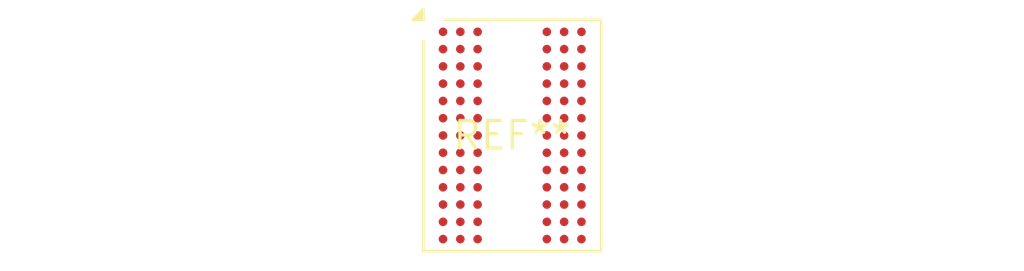
<source format=kicad_pcb>
(kicad_pcb (version 20240108) (generator pcbnew)
  (layers (0 "F.Cu" signal) (31 "B.Cu" signal) (34 "B.Paste" user) (35 "F.Paste" user) (36 "B.SilkS" user "B.Silkscreen") (37 "F.SilkS" user "F.Silkscreen") (38 "B.Mask" user) (39 "F.Mask" user) (44 "Edge.Cuts" user))
  (net 0 "")
  (footprint "Micron_FBGA-78_8x10.5mm_Layout9x13_P0.8mm" (layer "F.Cu") (at 0 0)
    (property "Reference" "REF**")
    (property "Value" "Micron_FBGA-78_8x10.5mm_Layout9x13_P0.8mm")
    (fp_line (start -4.11 5.36) (end -4.11 -4.36) (layer "F.SilkS") (stroke (width 0.12)))
    (fp_line (start -3.11 -5.36) (end 4.11 -5.36) (layer "F.SilkS") (stroke (width 0.12)))
    (fp_line (start 4.11 -5.36) (end 4.11 5.36) (layer "F.SilkS") (stroke (width 0.12)))
    (fp_line (start 4.11 5.36) (end -4.11 5.36) (layer "F.SilkS") (stroke (width 0.12)))
    (fp_poly (pts (xy -4.11 -5.36) (xy -4.61 -5.36) (xy -4.11 -5.86) (xy -4.11 -5.36)) (layer "F.SilkS") (stroke (width 0.12)) (fill solid))
    (pad "A1" smd circle (at -3.2 -4.8) (size 0.4 0.4) (property pad_prop_bga) (layers "F.Cu" "F.Paste" "F.Mask"))
    (pad "A2" smd circle (at -2.4 -4.8) (size 0.4 0.4) (property pad_prop_bga) (layers "F.Cu" "F.Paste" "F.Mask"))
    (pad "A3" smd circle (at -1.6 -4.8) (size 0.4 0.4) (property pad_prop_bga) (layers "F.Cu" "F.Paste" "F.Mask"))
    (pad "A7" smd circle (at 1.6 -4.8) (size 0.4 0.4) (property pad_prop_bga) (layers "F.Cu" "F.Paste" "F.Mask"))
    (pad "A8" smd circle (at 2.4 -4.8) (size 0.4 0.4) (property pad_prop_bga) (layers "F.Cu" "F.Paste" "F.Mask"))
    (pad "A9" smd circle (at 3.2 -4.8) (size 0.4 0.4) (property pad_prop_bga) (layers "F.Cu" "F.Paste" "F.Mask"))
    (pad "B1" smd circle (at -3.2 -4) (size 0.4 0.4) (property pad_prop_bga) (layers "F.Cu" "F.Paste" "F.Mask"))
    (pad "B2" smd circle (at -2.4 -4) (size 0.4 0.4) (property pad_prop_bga) (layers "F.Cu" "F.Paste" "F.Mask"))
    (pad "B3" smd circle (at -1.6 -4) (size 0.4 0.4) (property pad_prop_bga) (layers "F.Cu" "F.Paste" "F.Mask"))
    (pad "B7" smd circle (at 1.6 -4) (size 0.4 0.4) (property pad_prop_bga) (layers "F.Cu" "F.Paste" "F.Mask"))
    (pad "B8" smd circle (at 2.4 -4) (size 0.4 0.4) (property pad_prop_bga) (layers "F.Cu" "F.Paste" "F.Mask"))
    (pad "B9" smd circle (at 3.2 -4) (size 0.4 0.4) (property pad_prop_bga) (layers "F.Cu" "F.Paste" "F.Mask"))
    (pad "C1" smd circle (at -3.2 -3.2) (size 0.4 0.4) (property pad_prop_bga) (layers "F.Cu" "F.Paste" "F.Mask"))
    (pad "C2" smd circle (at -2.4 -3.2) (size 0.4 0.4) (property pad_prop_bga) (layers "F.Cu" "F.Paste" "F.Mask"))
    (pad "C3" smd circle (at -1.6 -3.2) (size 0.4 0.4) (property pad_prop_bga) (layers "F.Cu" "F.Paste" "F.Mask"))
    (pad "C7" smd circle (at 1.6 -3.2) (size 0.4 0.4) (property pad_prop_bga) (layers "F.Cu" "F.Paste" "F.Mask"))
    (pad "C8" smd circle (at 2.4 -3.2) (size 0.4 0.4) (property pad_prop_bga) (layers "F.Cu" "F.Paste" "F.Mask"))
    (pad "C9" smd circle (at 3.2 -3.2) (size 0.4 0.4) (property pad_prop_bga) (layers "F.Cu" "F.Paste" "F.Mask"))
    (pad "D1" smd circle (at -3.2 -2.4) (size 0.4 0.4) (property pad_prop_bga) (layers "F.Cu" "F.Paste" "F.Mask"))
    (pad "D2" smd circle (at -2.4 -2.4) (size 0.4 0.4) (property pad_prop_bga) (layers "F.Cu" "F.Paste" "F.Mask"))
    (pad "D3" smd circle (at -1.6 -2.4) (size 0.4 0.4) (property pad_prop_bga) (layers "F.Cu" "F.Paste" "F.Mask"))
    (pad "D7" smd circle (at 1.6 -2.4) (size 0.4 0.4) (property pad_prop_bga) (layers "F.Cu" "F.Paste" "F.Mask"))
    (pad "D8" smd circle (at 2.4 -2.4) (size 0.4 0.4) (property pad_prop_bga) (layers "F.Cu" "F.Paste" "F.Mask"))
    (pad "D9" smd circle (at 3.2 -2.4) (size 0.4 0.4) (property pad_prop_bga) (layers "F.Cu" "F.Paste" "F.Mask"))
    (pad "E1" smd circle (at -3.2 -1.6) (size 0.4 0.4) (property pad_prop_bga) (layers "F.Cu" "F.Paste" "F.Mask"))
    (pad "E2" smd circle (at -2.4 -1.6) (size 0.4 0.4) (property pad_prop_bga) (layers "F.Cu" "F.Paste" "F.Mask"))
    (pad "E3" smd circle (at -1.6 -1.6) (size 0.4 0.4) (property pad_prop_bga) (layers "F.Cu" "F.Paste" "F.Mask"))
    (pad "E7" smd circle (at 1.6 -1.6) (size 0.4 0.4) (property pad_prop_bga) (layers "F.Cu" "F.Paste" "F.Mask"))
    (pad "E8" smd circle (at 2.4 -1.6) (size 0.4 0.4) (property pad_prop_bga) (layers "F.Cu" "F.Paste" "F.Mask"))
    (pad "E9" smd circle (at 3.2 -1.6) (size 0.4 0.4) (property pad_prop_bga) (layers "F.Cu" "F.Paste" "F.Mask"))
    (pad "F1" smd circle (at -3.2 -0.8) (size 0.4 0.4) (property pad_prop_bga) (layers "F.Cu" "F.Paste" "F.Mask"))
    (pad "F2" smd circle (at -2.4 -0.8) (size 0.4 0.4) (property pad_prop_bga) (layers "F.Cu" "F.Paste" "F.Mask"))
    (pad "F3" smd circle (at -1.6 -0.8) (size 0.4 0.4) (property pad_prop_bga) (layers "F.Cu" "F.Paste" "F.Mask"))
    (pad "F7" smd circle (at 1.6 -0.8) (size 0.4 0.4) (property pad_prop_bga) (layers "F.Cu" "F.Paste" "F.Mask"))
    (pad "F8" smd circle (at 2.4 -0.8) (size 0.4 0.4) (property pad_prop_bga) (layers "F.Cu" "F.Paste" "F.Mask"))
    (pad "F9" smd circle (at 3.2 -0.8) (size 0.4 0.4) (property pad_prop_bga) (layers "F.Cu" "F.Paste" "F.Mask"))
    (pad "G1" smd circle (at -3.2 0) (size 0.4 0.4) (property pad_prop_bga) (layers "F.Cu" "F.Paste" "F.Mask"))
    (pad "G2" smd circle (at -2.4 0) (size 0.4 0.4) (property pad_prop_bga) (layers "F.Cu" "F.Paste" "F.Mask"))
    (pad "G3" smd circle (at -1.6 0) (size 0.4 0.4) (property pad_prop_bga) (layers "F.Cu" "F.Paste" "F.Mask"))
    (pad "G7" smd circle (at 1.6 0) (size 0.4 0.4) (property pad_prop_bga) (layers "F.Cu" "F.Paste" "F.Mask"))
    (pad "G8" smd circle (at 2.4 0) (size 0.4 0.4) (property pad_prop_bga) (layers "F.Cu" "F.Paste" "F.Mask"))
    (pad "G9" smd circle (at 3.2 0) (size 0.4 0.4) (property pad_prop_bga) (layers "F.Cu" "F.Paste" "F.Mask"))
    (pad "H1" smd circle (at -3.2 0.8) (size 0.4 0.4) (property pad_prop_bga) (layers "F.Cu" "F.Paste" "F.Mask"))
    (pad "H2" smd circle (at -2.4 0.8) (size 0.4 0.4) (property pad_prop_bga) (layers "F.Cu" "F.Paste" "F.Mask"))
    (pad "H3" smd circle (at -1.6 0.8) (size 0.4 0.4) (property pad_prop_bga) (layers "F.Cu" "F.Paste" "F.Mask"))
    (pad "H7" smd circle (at 1.6 0.8) (size 0.4 0.4) (property pad_prop_bga) (layers "F.Cu" "F.Paste" "F.Mask"))
    (pad "H8" smd circle (at 2.4 0.8) (size 0.4 0.4) (property pad_prop_bga) (layers "F.Cu" "F.Paste" "F.Mask"))
    (pad "H9" smd circle (at 3.2 0.8) (size 0.4 0.4) (property pad_prop_bga) (layers "F.Cu" "F.Paste" "F.Mask"))
    (pad "J1" smd circle (at -3.2 1.6) (size 0.4 0.4) (property pad_prop_bga) (layers "F.Cu" "F.Paste" "F.Mask"))
    (pad "J2" smd circle (at -2.4 1.6) (size 0.4 0.4) (property pad_prop_bga) (layers "F.Cu" "F.Paste" "F.Mask"))
    (pad "J3" smd circle (at -1.6 1.6) (size 0.4 0.4) (property pad_prop_bga) (layers "F.Cu" "F.Paste" "F.Mask"))
    (pad "J7" smd circle (at 1.6 1.6) (size 0.4 0.4) (property pad_prop_bga) (layers "F.Cu" "F.Paste" "F.Mask"))
    (pad "J8" smd circle (at 2.4 1.6) (size 0.4 0.4) (property pad_prop_bga) (layers "F.Cu" "F.Paste" "F.Mask"))
    (pad "J9" smd circle (at 3.2 1.6) (size 0.4 0.4) (property pad_prop_bga) (layers "F.Cu" "F.Paste" "F.Mask"))
    (pad "K1" smd circle (at -3.2 2.4) (size 0.4 0.4) (property pad_prop_bga) (layers "F.Cu" "F.Paste" "F.Mask"))
    (pad "K2" smd circle (at -2.4 2.4) (size 0.4 0.4) (property pad_prop_bga) (layers "F.Cu" "F.Paste" "F.Mask"))
    (pad "K3" smd circle (at -1.6 2.4) (size 0.4 0.4) (property pad_prop_bga) (layers "F.Cu" "F.Paste" "F.Mask"))
    (pad "K7" smd circle (at 1.6 2.4) (size 0.4 0.4) (property pad_prop_bga) (layers "F.Cu" "F.Paste" "F.Mask"))
    (pad "K8" smd circle (at 2.4 2.4) (size 0.4 0.4) (property pad_prop_bga) (layers "F.Cu" "F.Paste" "F.Mask"))
    (pad "K9" smd circle (at 3.2 2.4) (size 0.4 0.4) (property pad_prop_bga) (layers "F.Cu" "F.Paste" "F.Mask"))
    (pad "L1" smd circle (at -3.2 3.2) (size 0.4 0.4) (property pad_prop_bga) (layers "F.Cu" "F.Paste" "F.Mask"))
    (pad "L2" smd circle (at -2.4 3.2) (size 0.4 0.4) (property pad_prop_bga) (layers "F.Cu" "F.Paste" "F.Mask"))
    (pad "L3" smd circle (at -1.6 3.2) (size 0.4 0.4) (property pad_prop_bga) (layers "F.Cu" "F.Paste" "F.Mask"))
    (pad "L7" smd circle (at 1.6 3.2) (size 0.4 0.4) (property pad_prop_bga) (layers "F.Cu" "F.Paste" "F.Mask"))
    (pad "L8" smd circle (at 2.4 3.2) (size 0.4 0.4) (property pad_prop_bga) (layers "F.Cu" "F.Paste" "F.Mask"))
    (pad "L9" smd circle (at 3.2 3.2) (size 0.4 0.4) (property pad_prop_bga) (layers "F.Cu" "F.Paste" "F.Mask"))
    (pad "M1" smd circle (at -3.2 4) (size 0.4 0.4) (property pad_prop_bga) (layers "F.Cu" "F.Paste" "F.Mask"))
    (pad "M2" smd circle (at -2.4 4) (size 0.4 0.4) (property pad_prop_bga) (layers "F.Cu" "F.Paste" "F.Mask"))
    (pad "M3" smd circle (at -1.6 4) (size 0.4 0.4) (property pad_prop_bga) (layers "F.Cu" "F.Paste" "F.Mask"))
    (pad "M7" smd circle (at 1.6 4) (size 0.4 0.4) (property pad_prop_bga) (layers "F.Cu" "F.Paste" "F.Mask"))
    (pad "M8" smd circle (at 2.4 4) (size 0.4 0.4) (property pad_prop_bga) (layers "F.Cu" "F.Paste" "F.Mask"))
    (pad "M9" smd circle (at 3.2 4) (size 0.4 0.4) (property pad_prop_bga) (layers "F.Cu" "F.Paste" "F.Mask"))
    (pad "N1" smd circle (at -3.2 4.8) (size 0.4 0.4) (property pad_prop_bga) (layers "F.Cu" "F.Paste" "F.Mask"))
    (pad "N2" smd circle (at -2.4 4.8) (size 0.4 0.4) (property pad_prop_bga) (layers "F.Cu" "F.Paste" "F.Mask"))
    (pad "N3" smd circle (at -1.6 4.8) (size 0.4 0.4) (property pad_prop_bga) (layers "F.Cu" "F.Paste" "F.Mask"))
    (pad "N7" smd circle (at 1.6 4.8) (size 0.4 0.4) (property pad_prop_bga) (layers "F.Cu" "F.Paste" "F.Mask"))
    (pad "N8" smd circle (at 2.4 4.8) (size 0.4 0.4) (property pad_prop_bga) (layers "F.Cu" "F.Paste" "F.Mask"))
    (pad "N9" smd circle (at 3.2 4.8) (size 0.4 0.4) (property pad_prop_bga) (layers "F.Cu" "F.Paste" "F.Mask"))
  )
)
</source>
